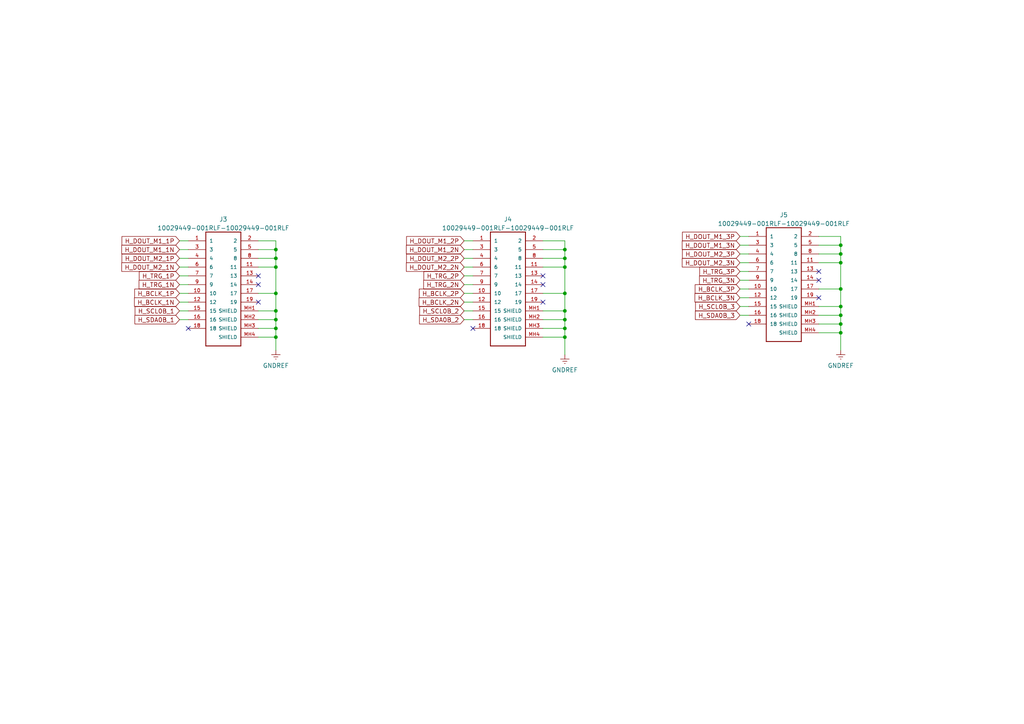
<source format=kicad_sch>
(kicad_sch (version 20211123) (generator eeschema)
  (paper "A4")
  (lib_symbols
    (symbol "10029449-001RLF:10029449-001RLF" (pin_names (offset 1.016))
      (property "Reference" "J" (at -5.08 16.51 0))
      (property "Value" "10029449-001RLF" (at -7.62 -20.32 0))
      (symbol "10029449-001RLF_0_0"
        (pin passive line (at -10.16 12.7 0) (length 5.08) (name "1") (number "1"))
        (pin passive line (at -10.16 -2.54 0) (length 5.08) (name "10") (number "10"))
        (pin passive line (at 10.16 5.08 180) (length 5.08) (name "11") (number "11"))
        (pin passive line (at -10.16 -5.08 0) (length 5.08) (name "12") (number "12"))
        (pin passive line (at 10.16 2.54 180) (length 5.08) (name "13") (number "13"))
        (pin passive line (at 10.16 0 180) (length 5.08) (name "14") (number "14"))
        (pin passive line (at -10.16 -7.62 0) (length 5.08) (name "15") (number "15"))
        (pin passive line (at -10.16 -10.16 0) (length 5.08) (name "16") (number "16"))
        (pin passive line (at 10.16 -2.54 180) (length 5.08) (name "17") (number "17"))
        (pin passive line (at -10.16 -12.7 0) (length 5.08) (name "18") (number "18"))
        (pin passive line (at 10.16 -5.08 180) (length 5.08) (name "19") (number "19"))
        (pin passive line (at 10.16 12.7 180) (length 5.08) (name "2") (number "2"))
        (pin passive line (at -10.16 10.16 0) (length 5.08) (name "3") (number "3"))
        (pin passive line (at -10.16 7.62 0) (length 5.08) (name "4") (number "4"))
        (pin passive line (at 10.16 10.16 180) (length 5.08) (name "5") (number "5"))
        (pin passive line (at -10.16 5.08 0) (length 5.08) (name "6") (number "6"))
        (pin passive line (at -10.16 2.54 0) (length 5.08) (name "7") (number "7"))
        (pin passive line (at 10.16 7.62 180) (length 5.08) (name "8") (number "8"))
        (pin passive line (at -10.16 0 0) (length 5.08) (name "9") (number "9"))
        (pin passive line (at 10.16 -7.62 180) (length 5.08) (name "SHIELD") (number "MH1"))
        (pin passive line (at 10.16 -10.16 180) (length 5.08) (name "SHIELD") (number "MH2"))
        (pin passive line (at 10.16 -12.7 180) (length 5.08) (name "SHIELD") (number "MH3"))
        (pin passive line (at 10.16 -15.24 180) (length 5.08) (name "SHIELD") (number "MH4"))
      )
      (symbol "10029449-001RLF_1_1"
        (polyline (pts (xy -5.08 -17.78) (xy 5.08 -17.78)) (stroke (width 0.254)))
        (polyline (pts (xy -5.08 15.24) (xy -5.08 -17.78)) (stroke (width 0.254)))
        (polyline (pts (xy -5.08 15.24) (xy 5.08 15.24)) (stroke (width 0.254)))
        (polyline (pts (xy 5.08 15.24) (xy 5.08 -17.78)) (stroke (width 0.254)))
      )
    )
    (symbol "power:GNDREF" (power) (pin_names (offset 0))
      (property "Value" "GNDREF" (at 0 -3.81 0))
      (symbol "GNDREF_0_1"
        (polyline (pts (xy -0.635 -1.905) (xy 0.635 -1.905)))
        (polyline (pts (xy -0.127 -2.54) (xy 0.127 -2.54)))
        (polyline (pts (xy 0 -1.27) (xy 0 0)))
        (polyline (pts (xy 1.27 -1.27) (xy -1.27 -1.27)))
      )
      (symbol "GNDREF_1_1"
        (pin power_in line (at 0 0 270) (length 0) hide (name "GNDREF") (number "1"))
      )
    )
  )
  (junction (at 163.83 92.71))
  (junction (at 80.01 92.71))
  (junction (at 80.01 85.09))
  (junction (at 163.83 72.39))
  (junction (at 80.01 74.93))
  (junction (at 163.83 77.47))
  (junction (at 243.84 83.82))
  (junction (at 80.01 72.39))
  (junction (at 80.01 77.47))
  (junction (at 163.83 97.79))
  (junction (at 163.83 90.17))
  (junction (at 80.01 95.25))
  (junction (at 163.83 95.25))
  (junction (at 80.01 90.17))
  (junction (at 163.83 85.09))
  (junction (at 243.84 91.44))
  (junction (at 243.84 88.9))
  (junction (at 243.84 71.12))
  (junction (at 243.84 96.52))
  (junction (at 243.84 76.2))
  (junction (at 243.84 73.66))
  (junction (at 163.83 74.93))
  (junction (at 80.01 97.79))
  (junction (at 243.84 93.98))
  (no_connect (at 157.48 80.01))
  (no_connect (at 157.48 82.55))
  (no_connect (at 137.16 95.25))
  (no_connect (at 157.48 87.63))
  (no_connect (at 54.61 95.25))
  (no_connect (at 74.93 80.01))
  (no_connect (at 74.93 82.55))
  (no_connect (at 74.93 87.63))
  (no_connect (at 217.17 93.98))
  (no_connect (at 237.49 78.74))
  (no_connect (at 237.49 81.28))
  (no_connect (at 237.49 86.36))
  (wire (pts (xy 74.93 85.09) (xy 80.01 85.09)))
  (wire (pts (xy 80.01 77.47) (xy 80.01 85.09)))
  (wire (pts (xy 74.93 97.79) (xy 80.01 97.79)))
  (wire (pts (xy 163.83 90.17) (xy 163.83 92.71)))
  (wire (pts (xy 52.07 80.01) (xy 54.61 80.01)))
  (wire (pts (xy 134.62 77.47) (xy 137.16 77.47)))
  (wire (pts (xy 237.49 83.82) (xy 243.84 83.82)))
  (wire (pts (xy 52.07 82.55) (xy 54.61 82.55)))
  (wire (pts (xy 163.83 92.71) (xy 163.83 95.25)))
  (wire (pts (xy 134.62 80.01) (xy 137.16 80.01)))
  (wire (pts (xy 134.62 90.17) (xy 137.16 90.17)))
  (wire (pts (xy 157.48 77.47) (xy 163.83 77.47)))
  (wire (pts (xy 52.07 92.71) (xy 54.61 92.71)))
  (wire (pts (xy 237.49 76.2) (xy 243.84 76.2)))
  (wire (pts (xy 243.84 91.44) (xy 243.84 93.98)))
  (wire (pts (xy 163.83 95.25) (xy 163.83 97.79)))
  (wire (pts (xy 74.93 92.71) (xy 80.01 92.71)))
  (wire (pts (xy 80.01 92.71) (xy 80.01 95.25)))
  (wire (pts (xy 237.49 73.66) (xy 243.84 73.66)))
  (wire (pts (xy 134.62 92.71) (xy 137.16 92.71)))
  (wire (pts (xy 52.07 77.47) (xy 54.61 77.47)))
  (wire (pts (xy 74.93 72.39) (xy 80.01 72.39)))
  (wire (pts (xy 134.62 74.93) (xy 137.16 74.93)))
  (wire (pts (xy 214.63 83.82) (xy 217.17 83.82)))
  (wire (pts (xy 134.62 85.09) (xy 137.16 85.09)))
  (wire (pts (xy 74.93 77.47) (xy 80.01 77.47)))
  (wire (pts (xy 243.84 93.98) (xy 243.84 96.52)))
  (wire (pts (xy 214.63 88.9) (xy 217.17 88.9)))
  (wire (pts (xy 80.01 90.17) (xy 80.01 92.71)))
  (wire (pts (xy 157.48 92.71) (xy 163.83 92.71)))
  (wire (pts (xy 163.83 97.79) (xy 163.83 102.87)))
  (wire (pts (xy 80.01 95.25) (xy 80.01 97.79)))
  (wire (pts (xy 214.63 86.36) (xy 217.17 86.36)))
  (wire (pts (xy 243.84 71.12) (xy 243.84 73.66)))
  (wire (pts (xy 52.07 85.09) (xy 54.61 85.09)))
  (wire (pts (xy 214.63 78.74) (xy 217.17 78.74)))
  (wire (pts (xy 74.93 90.17) (xy 80.01 90.17)))
  (wire (pts (xy 214.63 68.58) (xy 217.17 68.58)))
  (wire (pts (xy 74.93 95.25) (xy 80.01 95.25)))
  (wire (pts (xy 157.48 97.79) (xy 163.83 97.79)))
  (wire (pts (xy 243.84 76.2) (xy 243.84 83.82)))
  (wire (pts (xy 237.49 96.52) (xy 243.84 96.52)))
  (wire (pts (xy 163.83 74.93) (xy 163.83 77.47)))
  (wire (pts (xy 80.01 97.79) (xy 80.01 101.6)))
  (wire (pts (xy 237.49 93.98) (xy 243.84 93.98)))
  (wire (pts (xy 52.07 72.39) (xy 54.61 72.39)))
  (wire (pts (xy 52.07 90.17) (xy 54.61 90.17)))
  (wire (pts (xy 52.07 74.93) (xy 54.61 74.93)))
  (wire (pts (xy 243.84 68.58) (xy 243.84 71.12)))
  (wire (pts (xy 80.01 74.93) (xy 80.01 77.47)))
  (wire (pts (xy 134.62 87.63) (xy 137.16 87.63)))
  (wire (pts (xy 243.84 96.52) (xy 243.84 101.6)))
  (wire (pts (xy 134.62 72.39) (xy 137.16 72.39)))
  (wire (pts (xy 157.48 69.85) (xy 163.83 69.85)))
  (wire (pts (xy 157.48 85.09) (xy 163.83 85.09)))
  (wire (pts (xy 214.63 76.2) (xy 217.17 76.2)))
  (wire (pts (xy 52.07 87.63) (xy 54.61 87.63)))
  (wire (pts (xy 237.49 88.9) (xy 243.84 88.9)))
  (wire (pts (xy 134.62 82.55) (xy 137.16 82.55)))
  (wire (pts (xy 237.49 68.58) (xy 243.84 68.58)))
  (wire (pts (xy 74.93 74.93) (xy 80.01 74.93)))
  (wire (pts (xy 157.48 74.93) (xy 163.83 74.93)))
  (wire (pts (xy 243.84 88.9) (xy 243.84 91.44)))
  (wire (pts (xy 237.49 71.12) (xy 243.84 71.12)))
  (wire (pts (xy 157.48 72.39) (xy 163.83 72.39)))
  (wire (pts (xy 243.84 73.66) (xy 243.84 76.2)))
  (wire (pts (xy 163.83 85.09) (xy 163.83 90.17)))
  (wire (pts (xy 214.63 73.66) (xy 217.17 73.66)))
  (wire (pts (xy 80.01 85.09) (xy 80.01 90.17)))
  (wire (pts (xy 134.62 69.85) (xy 137.16 69.85)))
  (wire (pts (xy 214.63 91.44) (xy 217.17 91.44)))
  (wire (pts (xy 80.01 72.39) (xy 80.01 74.93)))
  (wire (pts (xy 163.83 72.39) (xy 163.83 74.93)))
  (wire (pts (xy 163.83 69.85) (xy 163.83 72.39)))
  (wire (pts (xy 243.84 83.82) (xy 243.84 88.9)))
  (wire (pts (xy 80.01 69.85) (xy 80.01 72.39)))
  (wire (pts (xy 214.63 81.28) (xy 217.17 81.28)))
  (wire (pts (xy 237.49 91.44) (xy 243.84 91.44)))
  (wire (pts (xy 163.83 77.47) (xy 163.83 85.09)))
  (wire (pts (xy 214.63 71.12) (xy 217.17 71.12)))
  (wire (pts (xy 157.48 90.17) (xy 163.83 90.17)))
  (wire (pts (xy 157.48 95.25) (xy 163.83 95.25)))
  (wire (pts (xy 74.93 69.85) (xy 80.01 69.85)))
  (wire (pts (xy 52.07 69.85) (xy 54.61 69.85)))
  (global_label "H_DOUT_M2_3N" (shape input) (at 214.63 76.2 180) (property "Intersheet References" "${INTERSHEET_REFS}" (effects hide)))
  (global_label "H_DOUT_M2_1P" (shape input) (at 52.07 74.93 180) (property "Intersheet References" "${INTERSHEET_REFS}" (effects hide)))
  (global_label "H_DOUT_M2_2N" (shape input) (at 134.62 77.47 180) (property "Intersheet References" "${INTERSHEET_REFS}" (effects hide)))
  (global_label "H_BCLK_3P" (shape input) (at 214.63 83.82 180) (property "Intersheet References" "${INTERSHEET_REFS}" (effects hide)))
  (global_label "H_TRG_2P" (shape input) (at 134.62 80.01 180) (property "Intersheet References" "${INTERSHEET_REFS}" (effects hide)))
  (global_label "H_DOUT_M1_3N" (shape input) (at 214.63 71.12 180) (property "Intersheet References" "${INTERSHEET_REFS}" (effects hide)))
  (global_label "H_BCLK_1P" (shape input) (at 52.07 85.09 180) (property "Intersheet References" "${INTERSHEET_REFS}" (effects hide)))
  (global_label "H_SDA0B_2" (shape input) (at 134.62 92.71 180) (property "Intersheet References" "${INTERSHEET_REFS}" (effects hide)))
  (global_label "H_TRG_1P" (shape input) (at 52.07 80.01 180) (property "Intersheet References" "${INTERSHEET_REFS}" (effects hide)))
  (global_label "H_TRG_1N" (shape input) (at 52.07 82.55 180) (property "Intersheet References" "${INTERSHEET_REFS}" (effects hide)))
  (global_label "H_DOUT_M2_2P" (shape input) (at 134.62 74.93 180) (property "Intersheet References" "${INTERSHEET_REFS}" (effects hide)))
  (global_label "H_SCL0B_1" (shape input) (at 52.07 90.17 180) (property "Intersheet References" "${INTERSHEET_REFS}" (effects hide)))
  (global_label "H_DOUT_M1_3P" (shape input) (at 214.63 68.58 180) (property "Intersheet References" "${INTERSHEET_REFS}" (effects hide)))
  (global_label "H_DOUT_M1_2P" (shape input) (at 134.62 69.85 180) (property "Intersheet References" "${INTERSHEET_REFS}" (effects hide)))
  (global_label "H_DOUT_M1_1P" (shape input) (at 52.07 69.85 180) (property "Intersheet References" "${INTERSHEET_REFS}" (effects hide)))
  (global_label "H_DOUT_M2_3P" (shape input) (at 214.63 73.66 180) (property "Intersheet References" "${INTERSHEET_REFS}" (effects hide)))
  (global_label "H_SCL0B_3" (shape input) (at 214.63 88.9 180) (property "Intersheet References" "${INTERSHEET_REFS}" (effects hide)))
  (global_label "H_DOUT_M1_1N" (shape input) (at 52.07 72.39 180) (property "Intersheet References" "${INTERSHEET_REFS}" (effects hide)))
  (global_label "H_SDA0B_3" (shape input) (at 214.63 91.44 180) (property "Intersheet References" "${INTERSHEET_REFS}" (effects hide)))
  (global_label "H_DOUT_M1_2N" (shape input) (at 134.62 72.39 180) (property "Intersheet References" "${INTERSHEET_REFS}" (effects hide)))
  (global_label "H_DOUT_M2_1N" (shape input) (at 52.07 77.47 180) (property "Intersheet References" "${INTERSHEET_REFS}" (effects hide)))
  (global_label "H_TRG_2N" (shape input) (at 134.62 82.55 180) (property "Intersheet References" "${INTERSHEET_REFS}" (effects hide)))
  (global_label "H_BCLK_2P" (shape input) (at 134.62 85.09 180) (property "Intersheet References" "${INTERSHEET_REFS}" (effects hide)))
  (global_label "H_SDA0B_1" (shape input) (at 52.07 92.71 180) (property "Intersheet References" "${INTERSHEET_REFS}" (effects hide)))
  (global_label "H_TRG_3N" (shape input) (at 214.63 81.28 180) (property "Intersheet References" "${INTERSHEET_REFS}" (effects hide)))
  (global_label "H_BCLK_1N" (shape input) (at 52.07 87.63 180) (property "Intersheet References" "${INTERSHEET_REFS}" (effects hide)))
  (global_label "H_SCL0B_2" (shape input) (at 134.62 90.17 180) (property "Intersheet References" "${INTERSHEET_REFS}" (effects hide)))
  (global_label "H_BCLK_2N" (shape input) (at 134.62 87.63 180) (property "Intersheet References" "${INTERSHEET_REFS}" (effects hide)))
  (global_label "H_BCLK_3N" (shape input) (at 214.63 86.36 180) (property "Intersheet References" "${INTERSHEET_REFS}" (effects hide)))
  (global_label "H_TRG_3P" (shape input) (at 214.63 78.74 180) (property "Intersheet References" "${INTERSHEET_REFS}" (effects hide)))
  (symbol (lib_id "power:GNDREF") (at 80.01 101.6 0) (unit 1)
    (property "Reference" "#PWR0101" (effects hide))
    (property "Value" "GNDREF" (at 80.01 106.0434 0))
  )
  (symbol (lib_id "10029449-001RLF:10029449-001RLF") (at 147.32 82.55 0) (unit 1)
    (property "Reference" "J4" (at 147.32 63.6102 0))
    (property "Value" "10029449-001RLF-10029449-001RLF" (at 147.32 66.1471 0))
    (property "Footprint" "10029449-001RLF:10029449001RLF" (effects hide))
    (property "Datasheet" "https://cdn.amphenol-icc.com/media/wysiwyg/files/drawing/10029449.pdf" (effects hide))
    (property "Field4" "Amphenol ICC" (effects hide))
    (property "Field5" "None" (effects hide))
    (property "Field6" "None" (effects hide))
    (property "Field7" "Unavailable" (effects hide))
    (property "Field8" "Connector, Hdmi Type a, Receptacle, 19 Position, Full Reel" (effects hide))
  )
  (symbol (lib_id "10029449-001RLF:10029449-001RLF") (at 227.33 81.28 0) (unit 1)
    (property "Reference" "J5" (at 227.33 62.3402 0))
    (property "Value" "10029449-001RLF-10029449-001RLF" (at 227.33 64.8771 0))
    (property "Footprint" "10029449-001RLF:10029449001RLF" (effects hide))
    (property "Datasheet" "https://cdn.amphenol-icc.com/media/wysiwyg/files/drawing/10029449.pdf" (effects hide))
    (property "Field4" "Amphenol ICC" (effects hide))
    (property "Field5" "None" (effects hide))
    (property "Field6" "None" (effects hide))
    (property "Field7" "Unavailable" (effects hide))
    (property "Field8" "Connector, Hdmi Type a, Receptacle, 19 Position, Full Reel" (effects hide))
  )
  (symbol (lib_id "10029449-001RLF:10029449-001RLF") (at 64.77 82.55 0) (unit 1)
    (property "Reference" "J3" (at 64.77 63.6102 0))
    (property "Value" "10029449-001RLF-10029449-001RLF" (at 64.77 66.1471 0))
    (property "Footprint" "10029449-001RLF:10029449001RLF" (effects hide))
    (property "Datasheet" "https://cdn.amphenol-icc.com/media/wysiwyg/files/drawing/10029449.pdf" (effects hide))
    (property "Field4" "Amphenol ICC" (effects hide))
    (property "Field5" "None" (effects hide))
    (property "Field6" "None" (effects hide))
    (property "Field7" "Unavailable" (effects hide))
    (property "Field8" "Connector, Hdmi Type a, Receptacle, 19 Position, Full Reel" (effects hide))
  )
  (symbol (lib_id "power:GNDREF") (at 243.84 101.6 0) (unit 1)
    (property "Reference" "#PWR0102" (effects hide))
    (property "Value" "GNDREF" (at 243.84 106.0434 0))
  )
  (symbol (lib_id "power:GNDREF") (at 163.83 102.87 0) (unit 1)
    (property "Reference" "#PWR0103" (effects hide))
    (property "Value" "GNDREF" (at 163.83 107.3134 0))
  )
)
</source>
